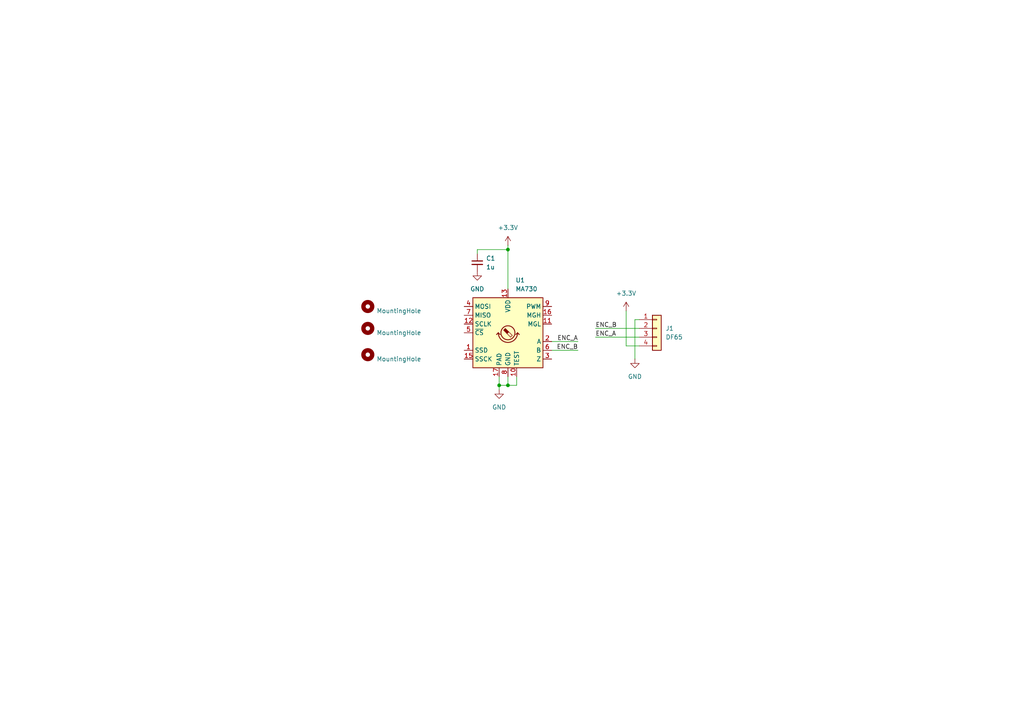
<source format=kicad_sch>
(kicad_sch (version 20231120) (generator "eeschema") (generator_version "8.0")
  (paper "A4")
  (lib_symbols
    (symbol "Connector_Generic:Conn_01x04" (pin_names (offset 1.016) hide)
      (property "Reference" "J" (at 0 5.08 0))
      (property "Value" "Conn_01x04" (at 0 -7.62 0))
      (symbol "Conn_01x04_1_1"
        (rectangle (start -1.27 -4.953) (end 0 -5.207) (stroke (width 0.1524)))
        (rectangle (start -1.27 -2.413) (end 0 -2.667) (stroke (width 0.1524)))
        (rectangle (start -1.27 0.127) (end 0 -0.127) (stroke (width 0.1524)))
        (rectangle (start -1.27 2.667) (end 0 2.413) (stroke (width 0.1524)))
        (rectangle (start -1.27 3.81) (end 1.27 -6.35) (stroke (width 0.254)) (fill (type background)))
        (pin passive line (at -5.08 2.54 0) (length 3.81) (name "Pin_1") (number "1"))
        (pin passive line (at -5.08 0 0) (length 3.81) (name "Pin_2") (number "2"))
        (pin passive line (at -5.08 -2.54 0) (length 3.81) (name "Pin_3") (number "3"))
        (pin passive line (at -5.08 -5.08 0) (length 3.81) (name "Pin_4") (number "4"))
      )
    )
    (symbol "Device:C_Small" (pin_numbers hide) (pin_names (offset 0.254) hide)
      (property "Reference" "C" (at 0.254 1.778 0))
      (property "Value" "C_Small" (at 0.254 -2.032 0))
      (symbol "C_Small_0_1"
        (polyline (pts (xy -1.524 -0.508) (xy 1.524 -0.508)) (stroke (width 0.3302)))
        (polyline (pts (xy -1.524 0.508) (xy 1.524 0.508)) (stroke (width 0.3048)))
      )
      (symbol "C_Small_1_1"
        (pin passive line (at 0 2.54 270) (length 2.032) (name "~") (number "1"))
        (pin passive line (at 0 -2.54 90) (length 2.032) (name "~") (number "2"))
      )
    )
    (symbol "Mechanical:MountingHole" (pin_names (offset 1.016))
      (property "Reference" "H" (at 0 5.08 0))
      (property "Value" "MountingHole" (at 0 3.175 0))
      (symbol "MountingHole_0_1"
        (circle (center 0 0) (radius 1.27) (stroke (width 1.27)))
      )
    )
    (symbol "Sensor_Magnetic:MA730"
      (property "Reference" "U" (at -10.16 11.43 0))
      (property "Value" "MA730" (at 10.16 11.43 0))
      (symbol "MA730_0_1"
        (rectangle (start -10.16 10.16) (end 10.16 -10.16) (stroke (width 0.254)) (fill (type background)))
        (arc (start -2.794 0) (mid 0 -2.7819) (end 2.794 0) (stroke (width 0.254)))
        (polyline (pts (xy -2.794 0) (xy -3.302 -0.508)) (stroke (width 0.254)))
        (polyline (pts (xy -2.794 0) (xy -2.286 -0.508)) (stroke (width 0.254)))
        (polyline (pts (xy 2.794 0) (xy 2.286 -0.508)) (stroke (width 0.254)))
        (polyline (pts (xy 2.794 0) (xy 3.302 -0.508)) (stroke (width 0.254)))
      )
      (symbol "MA730_1_1"
        (polyline (pts (xy 0.254 0.254) (xy 1.27 -0.762) (xy 0.762 -1.27) (xy -0.254 -0.254)))
        (polyline (pts (xy -0.762 1.27) (xy 0.254 0.254) (xy -0.254 -0.254) (xy -1.27 0.762) (xy -1.016 1.016) (xy -0.762 1.27) (xy -0.635 1.143)) (fill (type outline)))
        (circle (center 0 0) (radius 2.032) (stroke (width 0.254)))
        (pin output line (at -12.7 -5.08 0) (length 2.54) (name "SSD") (number "1"))
        (pin passive line (at 2.54 -12.7 90) (length 2.54) (name "TEST") (number "10"))
        (pin output line (at 12.7 2.54 180) (length 2.54) (name "MGL") (number "11"))
        (pin input line (at -12.7 2.54 0) (length 2.54) (name "SCLK") (number "12"))
        (pin power_in line (at 0 12.7 270) (length 2.54) (name "VDD") (number "13"))
        (pin no_connect line (at 5.08 -10.16 90) (length 2.54) hide (name "NC") (number "14"))
        (pin input line (at -12.7 -7.62 0) (length 2.54) (name "SSCK") (number "15"))
        (pin output line (at 12.7 5.08 180) (length 2.54) (name "MGH") (number "16"))
        (pin input line (at -2.54 -12.7 90) (length 2.54) (name "PAD") (number "17"))
        (pin output line (at 12.7 -2.54 180) (length 2.54) (name "A") (number "2"))
        (pin output line (at 12.7 -7.62 180) (length 2.54) (name "Z") (number "3"))
        (pin input line (at -12.7 7.62 0) (length 2.54) (name "MOSI") (number "4"))
        (pin input line (at -12.7 0 0) (length 2.54) (name "~{CS}") (number "5"))
        (pin output line (at 12.7 -5.08 180) (length 2.54) (name "B") (number "6"))
        (pin output line (at -12.7 5.08 0) (length 2.54) (name "MISO") (number "7"))
        (pin power_in line (at 0 -12.7 90) (length 2.54) (name "GND") (number "8"))
        (pin output line (at 12.7 7.62 180) (length 2.54) (name "PWM") (number "9"))
      )
    )
    (symbol "power:+3.3V" (power) (pin_numbers hide) (pin_names (offset 0) hide)
      (property "Value" "+3.3V" (at 0 3.556 0))
      (symbol "+3.3V_0_1"
        (polyline (pts (xy -0.762 1.27) (xy 0 2.54)))
        (polyline (pts (xy 0 0) (xy 0 2.54)))
        (polyline (pts (xy 0 2.54) (xy 0.762 1.27)))
      )
      (symbol "+3.3V_1_1"
        (pin power_in line (at 0 0 90) (length 0) (name "~") (number "1"))
      )
    )
    (symbol "power:GND" (power) (pin_numbers hide) (pin_names (offset 0) hide)
      (property "Value" "GND" (at 0 -3.81 0))
      (symbol "GND_0_1"
        (polyline (pts (xy 0 0) (xy 0 -1.27) (xy 1.27 -1.27) (xy 0 -2.54) (xy -1.27 -1.27) (xy 0 -1.27)))
      )
      (symbol "GND_1_1"
        (pin power_in line (at 0 0 270) (length 0) (name "~") (number "1"))
      )
    )
  )
  (junction (at 147.32 72.39))
  (junction (at 144.78 111.76))
  (junction (at 147.32 111.76))
  (wire (pts (xy 167.64 99.06) (xy 160.02 99.06)))
  (wire (pts (xy 138.43 73.66) (xy 138.43 72.39)))
  (wire (pts (xy 149.86 109.22) (xy 149.86 111.76)))
  (wire (pts (xy 138.43 72.39) (xy 147.32 72.39)))
  (wire (pts (xy 149.86 111.76) (xy 147.32 111.76)))
  (wire (pts (xy 147.32 72.39) (xy 147.32 83.82)))
  (wire (pts (xy 185.42 92.71) (xy 184.15 92.71)))
  (wire (pts (xy 184.15 92.71) (xy 184.15 104.14)))
  (wire (pts (xy 172.72 97.79) (xy 185.42 97.79)))
  (wire (pts (xy 147.32 72.39) (xy 147.32 71.12)))
  (wire (pts (xy 181.61 100.33) (xy 181.61 90.17)))
  (wire (pts (xy 144.78 113.03) (xy 144.78 111.76)))
  (wire (pts (xy 172.72 95.25) (xy 185.42 95.25)))
  (wire (pts (xy 147.32 111.76) (xy 144.78 111.76)))
  (wire (pts (xy 144.78 111.76) (xy 144.78 109.22)))
  (wire (pts (xy 147.32 109.22) (xy 147.32 111.76)))
  (wire (pts (xy 185.42 100.33) (xy 181.61 100.33)))
  (wire (pts (xy 167.64 101.6) (xy 160.02 101.6)))
  (label "ENC_A" (at 172.72 97.79 0))
  (label "ENC_B" (at 167.64 101.6 180))
  (label "ENC_B" (at 172.72 95.25 0))
  (label "ENC_A" (at 167.64 99.06 180))
  (symbol (lib_id "Device:C_Small") (at 138.43 76.2 0) (unit 1)
    (property "Reference" "C1" (at 140.97 74.9362 0) (effects (justify left)))
    (property "Value" "1u" (at 140.97 77.4762 0) (effects (justify left)))
    (property "Footprint" "Capacitor_SMD:C_0603_1608Metric" (effects (hide yes)))
    (property "Description" "Unpolarized capacitor, small symbol" (effects (hide yes)))
  )
  (symbol (lib_id "Mechanical:MountingHole") (at 106.68 102.87 0) (unit 1)
    (property "Reference" "H3" (effects (hide yes)))
    (property "Value" "MountingHole" (at 109.22 104.1399 0) (effects (justify left)))
    (property "Footprint" "MountingHole:MountingHole_2.2mm_M2" (effects (hide yes)))
  )
  (symbol (lib_id "power:GND") (at 144.78 113.03 0) (unit 1)
    (property "Reference" "#PWR04" (effects (hide yes)))
    (property "Value" "GND" (at 144.78 118.11 0))
    (property "Description" "Power symbol creates a global label with name \"GND\" , ground" (effects (hide yes)))
  )
  (symbol (lib_id "power:+3.3V") (at 181.61 90.17 0) (unit 1)
    (property "Reference" "#PWR02" (effects (hide yes)))
    (property "Value" "+3.3V" (at 181.61 85.09 0))
    (property "Description" "Power symbol creates a global label with name \"+3.3V\"" (effects (hide yes)))
  )
  (symbol (lib_id "Sensor_Magnetic:MA730") (at 147.32 96.52 0) (unit 1)
    (property "Reference" "U1" (at 149.5141 81.28 0) (effects (justify left)))
    (property "Value" "MA730" (at 149.5141 83.82 0) (effects (justify left)))
    (property "Footprint" "Package_DFN_QFN:QFN-16-1EP_3x3mm_P0.5mm_EP1.75x1.75mm" (effects (hide yes)))
    (property "Datasheet" "https://www.monolithicpower.com/pub/media/document/m/a/ma730_r1.01.pdf" (effects (hide yes)))
    (property "Description" "Magnetic rotary angle sensor, 14-bit, SPI interface, ABZ, PWM, QFN-16" (effects (hide yes)))
  )
  (symbol (lib_id "power:GND") (at 184.15 104.14 0) (unit 1)
    (property "Reference" "#PWR03" (effects (hide yes)))
    (property "Value" "GND" (at 184.15 109.22 0))
    (property "Description" "Power symbol creates a global label with name \"GND\" , ground" (effects (hide yes)))
  )
  (symbol (lib_id "Mechanical:MountingHole") (at 106.68 95.25 0) (unit 1)
    (property "Reference" "H2" (effects (hide yes)))
    (property "Value" "MountingHole" (at 109.22 96.5199 0) (effects (justify left)))
    (property "Footprint" "MountingHole:MountingHole_2.2mm_M2" (effects (hide yes)))
  )
  (symbol (lib_id "Mechanical:MountingHole") (at 106.68 88.9 0) (unit 1)
    (property "Reference" "H1" (effects (hide yes)))
    (property "Value" "MountingHole" (at 109.22 90.1699 0) (effects (justify left)))
    (property "Footprint" "MountingHole:MountingHole_2.2mm_M2" (effects (hide yes)))
  )
  (symbol (lib_id "power:GND") (at 138.43 78.74 0) (unit 1)
    (property "Reference" "#PWR05" (effects (hide yes)))
    (property "Value" "GND" (at 138.43 83.82 0))
    (property "Description" "Power symbol creates a global label with name \"GND\" , ground" (effects (hide yes)))
  )
  (symbol (lib_id "power:+3.3V") (at 147.32 71.12 0) (unit 1)
    (property "Reference" "#PWR01" (effects (hide yes)))
    (property "Value" "+3.3V" (at 147.32 66.04 0))
    (property "Description" "Power symbol creates a global label with name \"+3.3V\"" (effects (hide yes)))
  )
  (symbol (lib_id "Connector_Generic:Conn_01x04") (at 190.5 95.25 0) (unit 1)
    (property "Reference" "J1" (at 193.04 95.2499 0) (effects (justify left)))
    (property "Value" "DF65" (at 193.04 97.7899 0) (effects (justify left)))
    (property "Footprint" "mylib:DF65-4P" (effects (hide yes)))
    (property "Description" "Generic connector, single row, 01x04, script generated (kicad-library-utils/schlib/autogen/connector/)" (effects (hide yes)))
  )
)
</source>
